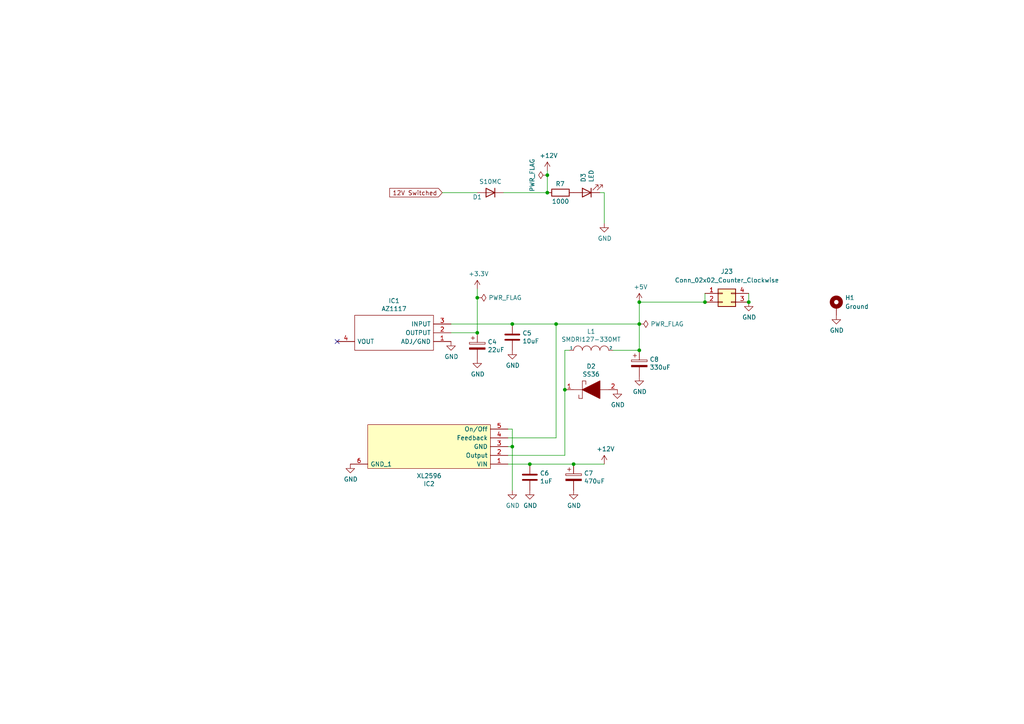
<source format=kicad_sch>
(kicad_sch (version 20211123) (generator eeschema)
  (paper "A4")
  (title_block (title "Power") (date "2023-03-07"))
  (lib_symbols
    (symbol "Connector_Generic:Conn_02x02_Counter_Clockwise" (pin_names (offset 1.016) hide)
      (property "Reference" "J" (at 1.27 2.54 0))
      (property "Value" "Conn_02x02_Counter_Clockwise" (at 1.27 -5.08 0))
      (symbol "Conn_02x02_Counter_Clockwise_1_1"
        (rectangle (start -1.27 -2.413) (end 0 -2.667) (stroke (width 0.1524)))
        (rectangle (start -1.27 0.127) (end 0 -0.127) (stroke (width 0.1524)))
        (rectangle (start -1.27 1.27) (end 3.81 -3.81) (stroke (width 0.254)) (fill (type background)))
        (rectangle (start 3.81 -2.413) (end 2.54 -2.667) (stroke (width 0.1524)))
        (rectangle (start 3.81 0.127) (end 2.54 -0.127) (stroke (width 0.1524)))
        (pin passive line (at -5.08 0 0) (length 3.81) (name "Pin_1") (number "1"))
        (pin passive line (at -5.08 -2.54 0) (length 3.81) (name "Pin_2") (number "2"))
        (pin passive line (at 7.62 -2.54 180) (length 3.81) (name "Pin_3") (number "3"))
        (pin passive line (at 7.62 0 180) (length 3.81) (name "Pin_4") (number "4"))
      )
    )
    (symbol "Device:C" (pin_numbers hide) (pin_names (offset 0.254))
      (property "Reference" "C" (at 0.635 2.54 0))
      (property "Value" "C" (at 0.635 -2.54 0))
      (symbol "C_0_1"
        (polyline (pts (xy -2.032 -0.762) (xy 2.032 -0.762)) (stroke (width 0.508)))
        (polyline (pts (xy -2.032 0.762) (xy 2.032 0.762)) (stroke (width 0.508)))
      )
      (symbol "C_1_1"
        (pin passive line (at 0 3.81 270) (length 2.794) (name "~") (number "1"))
        (pin passive line (at 0 -3.81 90) (length 2.794) (name "~") (number "2"))
      )
    )
    (symbol "Device:C_Polarized" (pin_numbers hide) (pin_names (offset 0.254))
      (property "Reference" "C" (at 0.635 2.54 0))
      (property "Value" "C_Polarized" (at 0.635 -2.54 0))
      (symbol "C_Polarized_0_1"
        (rectangle (start -2.286 0.508) (end 2.286 1.016))
        (polyline (pts (xy -1.778 2.286) (xy -0.762 2.286)))
        (polyline (pts (xy -1.27 2.794) (xy -1.27 1.778)))
        (rectangle (start 2.286 -0.508) (end -2.286 -1.016) (fill (type outline)))
      )
      (symbol "C_Polarized_1_1"
        (pin passive line (at 0 3.81 270) (length 2.794) (name "~") (number "1"))
        (pin passive line (at 0 -3.81 90) (length 2.794) (name "~") (number "2"))
      )
    )
    (symbol "Device:D" (pin_numbers hide) (pin_names (offset 1.016) hide)
      (property "Reference" "D" (at 0 2.54 0))
      (property "Value" "D" (at 0 -2.54 0))
      (symbol "D_0_1"
        (polyline (pts (xy -1.27 1.27) (xy -1.27 -1.27)) (stroke (width 0.254)))
        (polyline (pts (xy 1.27 0) (xy -1.27 0)))
        (polyline (pts (xy 1.27 1.27) (xy 1.27 -1.27) (xy -1.27 0) (xy 1.27 1.27)) (stroke (width 0.254)))
      )
      (symbol "D_1_1"
        (pin passive line (at -3.81 0 0) (length 2.54) (name "K") (number "1"))
        (pin passive line (at 3.81 0 180) (length 2.54) (name "A") (number "2"))
      )
    )
    (symbol "Device:LED" (pin_numbers hide) (pin_names (offset 1.016) hide)
      (property "Reference" "D" (at 0 2.54 0))
      (property "Value" "LED" (at 0 -2.54 0))
      (symbol "LED_0_1"
        (polyline (pts (xy -1.27 -1.27) (xy -1.27 1.27)) (stroke (width 0.254)))
        (polyline (pts (xy -1.27 0) (xy 1.27 0)))
        (polyline (pts (xy 1.27 -1.27) (xy 1.27 1.27) (xy -1.27 0) (xy 1.27 -1.27)) (stroke (width 0.254)))
        (polyline (pts (xy -3.048 -0.762) (xy -4.572 -2.286) (xy -3.81 -2.286) (xy -4.572 -2.286) (xy -4.572 -1.524)))
        (polyline (pts (xy -1.778 -0.762) (xy -3.302 -2.286) (xy -2.54 -2.286) (xy -3.302 -2.286) (xy -3.302 -1.524)))
      )
      (symbol "LED_1_1"
        (pin passive line (at -3.81 0 0) (length 2.54) (name "K") (number "1"))
        (pin passive line (at 3.81 0 180) (length 2.54) (name "A") (number "2"))
      )
    )
    (symbol "Device:R" (pin_numbers hide) (pin_names (offset 0))
      (property "Reference" "R" (at 2.032 0 90))
      (property "Value" "R" (at 0 0 90))
      (symbol "R_0_1"
        (rectangle (start -1.016 -2.54) (end 1.016 2.54) (stroke (width 0.254)))
      )
      (symbol "R_1_1"
        (pin passive line (at 0 3.81 270) (length 1.27) (name "~") (number "1"))
        (pin passive line (at 0 -3.81 90) (length 1.27) (name "~") (number "2"))
      )
    )
    (symbol "Mechanical:MountingHole_Pad" (pin_numbers hide) (pin_names (offset 1.016) hide)
      (property "Reference" "H" (at 0 6.35 0))
      (property "Value" "MountingHole_Pad" (at 0 4.445 0))
      (symbol "MountingHole_Pad_0_1"
        (circle (center 0 1.27) (radius 1.27) (stroke (width 1.27)))
      )
      (symbol "MountingHole_Pad_1_1"
        (pin input line (at 0 -2.54 90) (length 2.54) (name "1") (number "1"))
      )
    )
    (symbol "MyLib:AZ1117" (pin_names (offset 0.762))
      (property "Reference" "IC" (at 14.605 6.604 0))
      (property "Value" "AZ1117" (at 12.192 4.445 0))
      (symbol "AZ1117_0_0"
        (pin passive line (at 0 0 0) (length 5.08) (name "ADJ/GND") (number "1"))
        (pin passive line (at 0 -2.54 0) (length 5.08) (name "OUTPUT") (number "2"))
        (pin passive line (at 0 -5.08 0) (length 5.08) (name "INPUT") (number "3"))
        (pin passive line (at 33.02 0 180) (length 5.08) (name "VOUT") (number "4"))
      )
      (symbol "AZ1117_0_1"
        (polyline (pts (xy 5.08 2.54) (xy 27.94 2.54) (xy 27.94 -7.62) (xy 5.08 -7.62) (xy 5.08 2.54)) (stroke (width 0.1524)))
      )
    )
    (symbol "MyLib:SS36" (pin_names (offset 0.762))
      (property "Reference" "D" (at 12.7 8.89 0))
      (property "Value" "SS36" (at 12.7 6.35 0))
      (symbol "SS36_0_0"
        (pin passive line (at 2.54 0 0) (length 2.54) (name "~") (number "1"))
        (pin passive line (at 17.78 0 180) (length 2.54) (name "~") (number "2"))
      )
      (symbol "SS36_0_1"
        (polyline (pts (xy 5.08 0) (xy 7.62 0)) (stroke (width 0.1524)))
        (polyline (pts (xy 7.62 2.54) (xy 7.62 -2.54)) (stroke (width 0.1524)))
        (polyline (pts (xy 12.7 0) (xy 15.24 0)) (stroke (width 0.1524)))
        (polyline (pts (xy 7.62 -2.54) (xy 6.604 -2.54) (xy 6.604 -1.524)) (stroke (width 0.1524)))
        (polyline (pts (xy 7.62 2.54) (xy 8.636 2.54) (xy 8.636 1.524)) (stroke (width 0.1524)))
        (polyline (pts (xy 7.62 0) (xy 12.7 2.54) (xy 12.7 -2.54) (xy 7.62 0)) (stroke (width 0.254)) (fill (type outline)))
      )
    )
    (symbol "MyLib:XL2596" (pin_names (offset 0.762))
      (property "Reference" "IC" (at 5.08 6.35 0))
      (property "Value" "XL2596" (at 16.51 6.35 0))
      (symbol "XL2596_0_0"
        (pin input line (at 0 0 0) (length 5.08) (name "VIN") (number "1"))
        (pin output line (at 0 -2.54 0) (length 5.08) (name "Output") (number "2"))
        (pin input line (at 0 -5.08 0) (length 5.08) (name "GND") (number "3"))
        (pin input line (at 0 -7.62 0) (length 5.08) (name "Feedback") (number "4"))
        (pin passive line (at 0 -10.16 0) (length 5.08) (name "On/Off") (number "5"))
        (pin input line (at 45.72 0 180) (length 5.08) (name "GND_1") (number "6"))
      )
      (symbol "XL2596_0_1"
        (rectangle (start 5.08 1.27) (end 40.64 -11.43) (fill (type background)))
      )
    )
    (symbol "power:+12V" (power) (pin_names (offset 0))
      (property "Value" "+12V" (at 0 3.556 0))
      (symbol "+12V_0_1"
        (polyline (pts (xy -0.762 1.27) (xy 0 2.54)))
        (polyline (pts (xy 0 0) (xy 0 2.54)))
        (polyline (pts (xy 0 2.54) (xy 0.762 1.27)))
      )
      (symbol "+12V_1_1"
        (pin power_in line (at 0 0 90) (length 0) hide (name "+12V") (number "1"))
      )
    )
    (symbol "power:+3.3V" (power) (pin_names (offset 0))
      (property "Value" "+3.3V" (at 0 3.556 0))
      (symbol "+3.3V_0_1"
        (polyline (pts (xy -0.762 1.27) (xy 0 2.54)))
        (polyline (pts (xy 0 0) (xy 0 2.54)))
        (polyline (pts (xy 0 2.54) (xy 0.762 1.27)))
      )
      (symbol "+3.3V_1_1"
        (pin power_in line (at 0 0 90) (length 0) hide (name "+3.3V") (number "1"))
      )
    )
    (symbol "power:+5V" (power) (pin_names (offset 0))
      (property "Value" "+5V" (at 0 3.556 0))
      (symbol "+5V_0_1"
        (polyline (pts (xy -0.762 1.27) (xy 0 2.54)))
        (polyline (pts (xy 0 0) (xy 0 2.54)))
        (polyline (pts (xy 0 2.54) (xy 0.762 1.27)))
      )
      (symbol "+5V_1_1"
        (pin power_in line (at 0 0 90) (length 0) hide (name "+5V") (number "1"))
      )
    )
    (symbol "power:GND" (power) (pin_names (offset 0))
      (property "Value" "GND" (at 0 -3.81 0))
      (symbol "GND_0_1"
        (polyline (pts (xy 0 0) (xy 0 -1.27) (xy 1.27 -1.27) (xy 0 -2.54) (xy -1.27 -1.27) (xy 0 -1.27)))
      )
      (symbol "GND_1_1"
        (pin power_in line (at 0 0 270) (length 0) hide (name "GND") (number "1"))
      )
    )
    (symbol "power:PWR_FLAG" (power) (pin_numbers hide) (pin_names (offset 0) hide)
      (property "Value" "PWR_FLAG" (at 0 3.81 0))
      (symbol "PWR_FLAG_0_0"
        (pin power_out line (at 0 0 90) (length 0) (name "pwr") (number "1"))
      )
      (symbol "PWR_FLAG_0_1"
        (polyline (pts (xy 0 0) (xy 0 1.27) (xy -1.016 1.905) (xy 0 2.54) (xy 1.016 1.905) (xy 0 1.27)))
      )
    )
    (symbol "pspice:INDUCTOR" (pin_numbers hide) (pin_names (offset 0))
      (property "Reference" "L" (at 0 2.54 0))
      (property "Value" "INDUCTOR" (at 0 -1.27 0))
      (symbol "INDUCTOR_0_1"
        (arc (start -2.54 0) (mid -3.81 1.27) (end -5.08 0))
        (arc (start 0 0) (mid -1.27 1.27) (end -2.54 0))
        (arc (start 2.54 0) (mid 1.27 1.27) (end 0 0))
        (arc (start 5.08 0) (mid 3.81 1.27) (end 2.54 0))
      )
      (symbol "INDUCTOR_1_1"
        (pin input line (at -6.35 0 0) (length 1.27) (name "1") (number "1"))
        (pin input line (at 6.35 0 180) (length 1.27) (name "2") (number "2"))
      )
    )
  )
  (junction (at 153.67 134.62))
  (junction (at 185.42 101.6))
  (junction (at 166.37 134.62))
  (junction (at 158.75 55.88))
  (junction (at 185.42 93.98))
  (junction (at 204.47 87.63))
  (junction (at 217.17 87.63))
  (junction (at 138.43 96.52))
  (junction (at 185.42 87.63))
  (junction (at 158.75 50.8))
  (junction (at 148.59 129.54))
  (junction (at 163.83 113.03))
  (junction (at 138.43 86.36))
  (junction (at 161.29 93.98))
  (junction (at 148.59 93.98))
  (no_connect (at 97.79 99.06))
  (wire (pts (xy 166.37 134.62) (xy 153.67 134.62)))
  (wire (pts (xy 148.59 129.54) (xy 148.59 124.46)))
  (wire (pts (xy 148.59 93.98) (xy 161.29 93.98)))
  (wire (pts (xy 163.83 132.08) (xy 163.83 113.03)))
  (wire (pts (xy 163.83 113.03) (xy 163.83 101.6)))
  (wire (pts (xy 148.59 124.46) (xy 147.32 124.46)))
  (wire (pts (xy 147.32 127) (xy 161.29 127)))
  (wire (pts (xy 130.81 93.98) (xy 148.59 93.98)))
  (wire (pts (xy 204.47 87.63) (xy 185.42 87.63)))
  (wire (pts (xy 175.26 64.77) (xy 175.26 55.88)))
  (wire (pts (xy 158.75 49.53) (xy 158.75 50.8)))
  (wire (pts (xy 158.75 50.8) (xy 158.75 55.88)))
  (wire (pts (xy 153.67 134.62) (xy 147.32 134.62)))
  (wire (pts (xy 204.47 85.09) (xy 204.47 87.63)))
  (wire (pts (xy 175.26 134.62) (xy 166.37 134.62)))
  (wire (pts (xy 173.99 55.88) (xy 175.26 55.88)))
  (wire (pts (xy 128.27 55.88) (xy 138.43 55.88)))
  (wire (pts (xy 146.05 55.88) (xy 158.75 55.88)))
  (wire (pts (xy 185.42 101.6) (xy 185.42 93.98)))
  (wire (pts (xy 185.42 87.63) (xy 185.42 93.98)))
  (wire (pts (xy 177.8 101.6) (xy 185.42 101.6)))
  (wire (pts (xy 147.32 132.08) (xy 163.83 132.08)))
  (wire (pts (xy 185.42 93.98) (xy 161.29 93.98)))
  (wire (pts (xy 148.59 129.54) (xy 148.59 142.24)))
  (wire (pts (xy 161.29 127) (xy 161.29 93.98)))
  (wire (pts (xy 138.43 83.82) (xy 138.43 86.36)))
  (wire (pts (xy 138.43 86.36) (xy 138.43 96.52)))
  (wire (pts (xy 147.32 129.54) (xy 148.59 129.54)))
  (wire (pts (xy 130.81 96.52) (xy 138.43 96.52)))
  (wire (pts (xy 163.83 101.6) (xy 165.1 101.6)))
  (wire (pts (xy 217.17 85.09) (xy 217.17 87.63)))
  (global_label "12V Switched" (shape input) (at 128.27 55.88 180) (property "Intersheet References" "${INTERSHEET_REFS}" (effects hide)))
  (symbol (lib_id "MyLib:SS36") (at 161.29 113.03 0) (unit 1)
    (property "Reference" "D2" (at 171.45 106.2482 0))
    (property "Value" "SS36" (at 171.45 108.5596 0))
    (property "Footprint" "MyFootprints:SMA(DO-214AC)" (effects hide))
    (property "Description" "SS36 - DIODE, SCHOTTKY, 3A, 60V, DO-214AB(SMC), LCSC# C330394" (effects hide))
  )
  (symbol (lib_id "power:GND") (at 179.07 113.03 0) (unit 1)
    (property "Reference" "#PWR038" (effects hide))
    (property "Value" "GND" (at 179.197 117.4242 0))
  )
  (symbol (lib_id "power:+12V") (at 175.26 134.62 0) (unit 1)
    (property "Reference" "#PWR037" (effects hide))
    (property "Value" "+12V" (at 175.641 130.2258 0))
  )
  (symbol (lib_id "MyLib:AZ1117") (at 130.81 99.06 180) (unit 1)
    (property "Reference" "IC1" (at 114.3 87.249 0))
    (property "Value" "AZ1117" (at 114.3 89.5604 0))
    (property "Footprint" "Package_TO_SOT_SMD:SOT-223" (effects hide))
  )
  (symbol (lib_id "power:GND") (at 166.37 142.24 0) (unit 1)
    (property "Reference" "#PWR035" (effects hide))
    (property "Value" "GND" (at 166.497 146.6342 0))
  )
  (symbol (lib_id "power:GND") (at 138.43 104.14 0) (unit 1)
    (property "Reference" "#PWR016" (effects hide))
    (property "Value" "GND" (at 138.557 108.5342 0))
  )
  (symbol (lib_id "power:PWR_FLAG") (at 185.42 93.98 270) (unit 1)
    (property "Reference" "#FLG03" (effects hide))
    (property "Value" "PWR_FLAG" (at 188.6712 93.98 90) (effects (justify left)))
  )
  (symbol (lib_id "Device:C_Polarized") (at 185.42 105.41 0) (unit 1)
    (property "Reference" "C8" (at 188.4172 104.2416 0) (effects (justify left)))
    (property "Value" "330uF" (at 188.4172 106.553 0) (effects (justify left)))
    (property "Footprint" "Capacitor_SMD:CP_Elec_10x10.5" (effects hide))
  )
  (symbol (lib_id "Device:C") (at 153.67 138.43 0) (unit 1)
    (property "Reference" "C6" (at 156.591 137.2616 0) (effects (justify left)))
    (property "Value" "1uF" (at 156.591 139.573 0) (effects (justify left)))
    (property "Footprint" "Capacitor_SMD:C_0805_2012Metric" (effects hide))
  )
  (symbol (lib_id "Device:D") (at 142.24 55.88 180) (unit 1)
    (property "Reference" "D1" (at 138.43 57.15 0))
    (property "Value" "S10MC" (at 142.24 52.6796 0))
    (property "Footprint" "MyFootprints:D_SMC_larger_pads" (effects hide))
  )
  (symbol (lib_id "Device:LED") (at 170.18 55.88 180) (unit 1)
    (property "Reference" "D3" (at 169.1894 52.8828 90) (effects (justify right)))
    (property "Value" "LED" (at 171.5008 52.8828 90) (effects (justify right)))
    (property "Footprint" "LED_SMD:LED_0805_2012Metric" (effects hide))
  )
  (symbol (lib_id "Device:C_Polarized") (at 166.37 138.43 0) (unit 1)
    (property "Reference" "C7" (at 169.3672 137.2616 0) (effects (justify left)))
    (property "Value" "470uF" (at 169.3672 139.573 0) (effects (justify left)))
    (property "Footprint" "Capacitor_SMD:CP_Elec_10x10.5" (effects hide))
  )
  (symbol (lib_id "power:GND") (at 153.67 142.24 0) (unit 1)
    (property "Reference" "#PWR033" (effects hide))
    (property "Value" "GND" (at 153.797 146.6342 0))
  )
  (symbol (lib_id "power:GND") (at 242.57 91.44 0) (unit 1)
    (property "Reference" "#PWR0111" (effects hide))
    (property "Value" "GND" (at 242.697 95.8342 0))
  )
  (symbol (lib_id "power:GND") (at 101.6 134.62 0) (unit 1)
    (property "Reference" "#PWR027" (effects hide))
    (property "Value" "GND" (at 101.727 139.0142 0))
  )
  (symbol (lib_id "Device:R") (at 162.56 55.88 90) (unit 1)
    (property "Reference" "R7" (at 163.83 53.34 90) (effects (justify left)))
    (property "Value" "1000" (at 165.1 58.42 90) (effects (justify left)))
    (property "Footprint" "Resistor_SMD:R_0603_1608Metric" (effects hide))
  )
  (symbol (lib_id "power:GND") (at 185.42 109.22 0) (unit 1)
    (property "Reference" "#PWR040" (effects hide))
    (property "Value" "GND" (at 185.547 113.6142 0))
  )
  (symbol (lib_id "power:PWR_FLAG") (at 138.43 86.36 270) (unit 1)
    (property "Reference" "#FLG01" (effects hide))
    (property "Value" "PWR_FLAG" (at 141.6812 86.36 90) (effects (justify left)))
  )
  (symbol (lib_id "MyLib:XL2596") (at 147.32 134.62 180) (unit 1)
    (property "Reference" "IC2" (at 124.46 140.335 0))
    (property "Value" "XL2596" (at 124.46 138.0236 0))
    (property "Footprint" "MyFootprints:TO263-5L" (effects hide))
  )
  (symbol (lib_id "power:GND") (at 148.59 101.6 0) (unit 1)
    (property "Reference" "#PWR028" (effects hide))
    (property "Value" "GND" (at 148.717 105.9942 0))
  )
  (symbol (lib_id "Mechanical:MountingHole_Pad") (at 242.57 88.9 0) (unit 1)
    (property "Reference" "H1" (at 245.11 86.3599 0) (effects (justify left)))
    (property "Value" "Ground" (at 245.11 88.8999 0) (effects (justify left)))
    (property "Footprint" "MountingHole:MountingHole_2.2mm_M2_DIN965_Pad" (effects hide))
  )
  (symbol (lib_id "Connector_Generic:Conn_02x02_Counter_Clockwise") (at 209.55 85.09 0) (unit 1)
    (property "Reference" "J23" (at 210.82 78.74 0))
    (property "Value" "Conn_02x02_Counter_Clockwise" (at 210.82 81.28 0))
    (property "Footprint" "Connector_PinSocket_2.54mm:PinSocket_2x02_P2.54mm_Vertical" (effects hide))
  )
  (symbol (lib_id "power:GND") (at 130.81 99.06 0) (unit 1)
    (property "Reference" "#PWR05" (effects hide))
    (property "Value" "GND" (at 130.937 103.4542 0))
  )
  (symbol (lib_id "power:PWR_FLAG") (at 158.75 50.8 90) (unit 1)
    (property "Reference" "#FLG02" (effects hide))
    (property "Value" "PWR_FLAG" (at 154.3558 50.8 0))
  )
  (symbol (lib_id "power:GND") (at 217.17 87.63 0) (unit 1)
    (property "Reference" "#PWR025" (effects hide))
    (property "Value" "GND" (at 217.297 92.0242 0))
  )
  (symbol (lib_id "power:GND") (at 148.59 142.24 0) (unit 1)
    (property "Reference" "#PWR031" (effects hide))
    (property "Value" "GND" (at 148.717 146.6342 0))
  )
  (symbol (lib_id "power:+3.3V") (at 138.43 83.82 0) (unit 1)
    (property "Reference" "#PWR08" (effects hide))
    (property "Value" "+3.3V" (at 138.811 79.4258 0))
  )
  (symbol (lib_id "power:GND") (at 175.26 64.77 0) (unit 1)
    (property "Reference" "#PWR036" (effects hide))
    (property "Value" "GND" (at 175.387 69.1642 0))
  )
  (symbol (lib_id "Device:C") (at 148.59 97.79 0) (unit 1)
    (property "Reference" "C5" (at 151.511 96.6216 0) (effects (justify left)))
    (property "Value" "10uF" (at 151.511 98.933 0) (effects (justify left)))
    (property "Footprint" "Capacitor_SMD:C_0805_2012Metric" (effects hide))
  )
  (symbol (lib_id "power:+12V") (at 158.75 49.53 0) (unit 1)
    (property "Reference" "#PWR034" (effects hide))
    (property "Value" "+12V" (at 159.131 45.1358 0))
  )
  (symbol (lib_id "power:+5V") (at 185.42 87.63 0) (unit 1)
    (property "Reference" "#PWR039" (effects hide))
    (property "Value" "+5V" (at 185.801 83.2358 0))
  )
  (symbol (lib_id "Device:C_Polarized") (at 138.43 100.33 0) (unit 1)
    (property "Reference" "C4" (at 141.4272 99.1616 0) (effects (justify left)))
    (property "Value" "22uF" (at 141.4272 101.473 0) (effects (justify left)))
    (property "Footprint" "Capacitor_SMD:C_0805_2012Metric" (effects hide))
  )
  (symbol (lib_id "pspice:INDUCTOR") (at 171.45 101.6 0) (unit 1)
    (property "Reference" "L1" (at 171.45 96.139 0))
    (property "Value" "SMDRI127-330MT" (at 171.45 98.4504 0))
    (property "Footprint" "MyFootprints:TMPA1265SP-101MN-D" (effects hide))
  )
)
</source>
